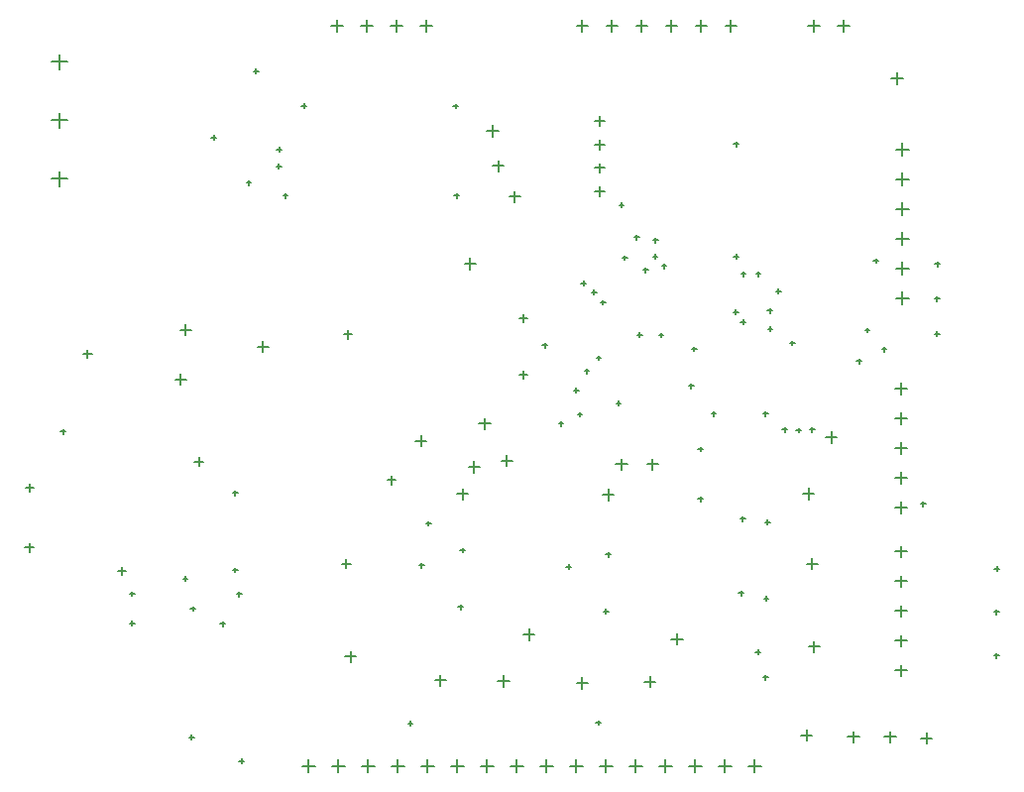
<source format=gbr>
%TF.GenerationSoftware,Altium Limited,Altium Designer,24.7.2 (38)*%
G04 Layer_Color=128*
%FSLAX45Y45*%
%MOMM*%
%TF.SameCoordinates,313A2AA4-CFAA-4B56-AAC7-ADE98D6BBF51*%
%TF.FilePolarity,Positive*%
%TF.FileFunction,Drillmap*%
%TF.Part,Single*%
G01*
G75*
%TA.AperFunction,NonConductor*%
%ADD116C,0.12700*%
D116*
X7612500Y4731000D02*
X7722500D01*
X7667500Y4676000D02*
Y4786000D01*
X7612500Y5239000D02*
X7722500D01*
X7667500Y5184000D02*
Y5294000D01*
X7612500Y5493000D02*
X7722500D01*
X7667500Y5438000D02*
Y5548000D01*
X7612500Y4985000D02*
X7722500D01*
X7667500Y4930000D02*
Y5040000D01*
X7612500Y4477000D02*
X7722500D01*
X7667500Y4422000D02*
Y4532000D01*
X7612500Y4223000D02*
X7722500D01*
X7667500Y4168000D02*
Y4278000D01*
X4242484Y2835000D02*
X4337484D01*
X4289984Y2787500D02*
Y2882500D01*
X3507500Y3005000D02*
X3602500D01*
X3555000Y2957500D02*
Y3052500D01*
X7012500Y3035000D02*
X7107500D01*
X7060000Y2987500D02*
Y3082500D01*
X6820000Y2552500D02*
X6915000D01*
X6867500Y2505000D02*
Y2600000D01*
X7575000Y6100000D02*
X7670000D01*
X7622500Y6052500D02*
Y6147500D01*
X1497500Y3952500D02*
X1592500D01*
X1545000Y3905000D02*
Y4000000D01*
X2157500Y3807500D02*
X2252500D01*
X2205000Y3760000D02*
Y3855000D01*
X4392500Y3566000D02*
X4462500D01*
X4427500Y3531000D02*
Y3601000D01*
X4392500Y4054000D02*
X4462500D01*
X4427500Y4019000D02*
Y4089000D01*
X7117000Y6550000D02*
X7217000D01*
X7167000Y6500000D02*
Y6600000D01*
X6863000Y6550000D02*
X6963000D01*
X6913000Y6500000D02*
Y6600000D01*
X5042496Y5135000D02*
X5122496D01*
X5082496Y5095000D02*
Y5175000D01*
X5042496Y5335000D02*
X5122496D01*
X5082496Y5295000D02*
Y5375000D01*
X5042496Y5735000D02*
X5122496D01*
X5082496Y5695001D02*
Y5775000D01*
X5042496Y5535000D02*
X5122496D01*
X5082496Y5495000D02*
Y5575000D01*
X6153500Y6550000D02*
X6253500D01*
X6203500Y6500000D02*
Y6600000D01*
X5899500Y6550000D02*
X5999500D01*
X5949500Y6500000D02*
Y6600000D01*
X5645500Y6550000D02*
X5745500D01*
X5695500Y6500000D02*
Y6600000D01*
X5391500Y6550000D02*
X5491500D01*
X5441500Y6500000D02*
Y6600000D01*
X5137500Y6550000D02*
X5237500D01*
X5187500Y6500000D02*
Y6600000D01*
X4883500Y6550000D02*
X4983500D01*
X4933500Y6500000D02*
Y6600000D01*
X402498Y5242552D02*
X532498D01*
X467498Y5177552D02*
Y5307552D01*
X402498Y6242550D02*
X532498D01*
X467498Y6177550D02*
Y6307550D01*
X402498Y5742551D02*
X532498D01*
X467498Y5677551D02*
Y5807551D01*
X6865000Y1247500D02*
X6960000D01*
X6912500Y1200000D02*
Y1295000D01*
X2907500Y1162500D02*
X3002500D01*
X2955000Y1115000D02*
Y1210000D01*
X7515000Y477500D02*
X7610000D01*
X7562500Y430000D02*
Y525000D01*
X4052500Y3152500D02*
X4147500D01*
X4100000Y3105000D02*
Y3200000D01*
X7202500Y477500D02*
X7297500D01*
X7250000Y430000D02*
Y525000D01*
X6850000Y1955000D02*
X6945000D01*
X6897500Y1907500D02*
Y2002500D01*
X1455000Y3530000D02*
X1550000D01*
X1502500Y3482500D02*
Y3577500D01*
X5695000Y1312492D02*
X5790000D01*
X5742500Y1264992D02*
Y1359992D01*
X5486250Y2803750D02*
X5581250D01*
X5533750Y2756250D02*
Y2851250D01*
X5220000Y2805000D02*
X5315000D01*
X5267500Y2757500D02*
Y2852500D01*
X5465000Y947500D02*
X5560000D01*
X5512500Y900000D02*
Y995000D01*
X5107500Y2545000D02*
X5202500D01*
X5155000Y2497500D02*
Y2592500D01*
X4884733Y936234D02*
X4979733D01*
X4932233Y888734D02*
Y983734D01*
X4212500Y952500D02*
X4307500D01*
X4260000Y905000D02*
Y1000000D01*
X4431226Y1350000D02*
X4526226D01*
X4478726Y1302500D02*
Y1397500D01*
X3675000Y957500D02*
X3770000D01*
X3722500Y910000D02*
Y1005000D01*
X3962484Y2781656D02*
X4057484D01*
X4009984Y2734156D02*
Y2829156D01*
X3862484Y2550000D02*
X3957484D01*
X3909984Y2502500D02*
Y2597500D01*
X3927500Y4517500D02*
X4022500D01*
X3975000Y4470000D02*
Y4565000D01*
X3550000Y6552500D02*
X3650000D01*
X3600000Y6502500D02*
Y6602500D01*
X3296000Y6552500D02*
X3396000D01*
X3346000Y6502500D02*
Y6602500D01*
X3042000Y6552500D02*
X3142000D01*
X3092000Y6502500D02*
Y6602500D01*
X2788000Y6552500D02*
X2888000D01*
X2838000Y6502500D02*
Y6602500D01*
X7605000Y3448000D02*
X7705000D01*
X7655000Y3398000D02*
Y3498000D01*
X7605000Y3194000D02*
X7705000D01*
X7655000Y3144000D02*
Y3244000D01*
X7605000Y2432000D02*
X7705000D01*
X7655000Y2382000D02*
Y2482000D01*
X7605000Y2686000D02*
X7705000D01*
X7655000Y2636000D02*
Y2736000D01*
X7605000Y2940000D02*
X7705000D01*
X7655000Y2890000D02*
Y2990000D01*
X7605000Y2058000D02*
X7705000D01*
X7655000Y2008000D02*
Y2108000D01*
X7605000Y1804000D02*
X7705000D01*
X7655000Y1754000D02*
Y1854000D01*
X7605000Y1042000D02*
X7705000D01*
X7655000Y992000D02*
Y1092000D01*
X7605000Y1296000D02*
X7705000D01*
X7655000Y1246000D02*
Y1346000D01*
X7605000Y1550000D02*
X7705000D01*
X7655000Y1500000D02*
Y1600000D01*
X4120000Y5652500D02*
X4215000D01*
X4167500Y5605000D02*
Y5700000D01*
Y5352500D02*
X4262500D01*
X4215000Y5305000D02*
Y5400000D01*
X4310000Y5090000D02*
X4405000D01*
X4357500Y5042500D02*
Y5137500D01*
X7825000Y465000D02*
X7920000D01*
X7872500Y417500D02*
Y512500D01*
X5080000Y227000D02*
X5190000D01*
X5135000Y172000D02*
Y282000D01*
X5334000Y227000D02*
X5444000D01*
X5389000Y172000D02*
Y282000D01*
X5588000Y227000D02*
X5698000D01*
X5643000Y172000D02*
Y282000D01*
X6096000Y227000D02*
X6206000D01*
X6151000Y172000D02*
Y282000D01*
X6350000Y227000D02*
X6460000D01*
X6405000Y172000D02*
Y282000D01*
X5842000Y227000D02*
X5952000D01*
X5897000Y172000D02*
Y282000D01*
X4826000Y227000D02*
X4936000D01*
X4881000Y172000D02*
Y282000D01*
X4572000Y227000D02*
X4682000D01*
X4627000Y172000D02*
Y282000D01*
X4318000Y227000D02*
X4428000D01*
X4373000Y172000D02*
Y282000D01*
X4064000Y227000D02*
X4174000D01*
X4119000Y172000D02*
Y282000D01*
X3810000Y227000D02*
X3920000D01*
X3865000Y172000D02*
Y282000D01*
X3556000Y227000D02*
X3666000D01*
X3611000Y172000D02*
Y282000D01*
X3302000Y227000D02*
X3412000D01*
X3357000Y172000D02*
Y282000D01*
X3048000Y227000D02*
X3158000D01*
X3103000Y172000D02*
Y282000D01*
X2794000Y227000D02*
X2904000D01*
X2849000Y172000D02*
Y282000D01*
X2540000Y227000D02*
X2650000D01*
X2595000Y172000D02*
Y282000D01*
X6800000Y490000D02*
X6895000D01*
X6847500Y442500D02*
Y537500D01*
X6517500Y3962500D02*
X6557500D01*
X6537500Y3942500D02*
Y3982500D01*
X6287301Y4019126D02*
X6327301D01*
X6307301Y3999126D02*
Y4039126D01*
X6225000Y4104142D02*
X6265000D01*
X6245000Y4084142D02*
Y4124142D01*
X5115000Y1547500D02*
X5155000D01*
X5135000Y1527500D02*
Y1567500D01*
X3875000Y1585000D02*
X3915000D01*
X3895000Y1565000D02*
Y1605000D01*
X3600000Y2300000D02*
X3640000D01*
X3620000Y2280000D02*
Y2320000D01*
X671940Y3747500D02*
X743060D01*
X707500Y3711940D02*
Y3783060D01*
X5377500Y4742500D02*
X5417500D01*
X5397500Y4722500D02*
Y4762500D01*
X4952500Y3600000D02*
X4992500D01*
X4972500Y3580000D02*
Y3620000D01*
X4892500Y3230000D02*
X4932500D01*
X4912500Y3210000D02*
Y3250000D01*
X1587600Y1570000D02*
X1627600D01*
X1607600Y1550000D02*
Y1590000D01*
X480000Y3082500D02*
X520000D01*
X500000Y3062500D02*
Y3102500D01*
X4592500Y3821250D02*
X4632500D01*
X4612500Y3801250D02*
Y3841250D01*
X6417500Y4430000D02*
X6457500D01*
X6437500Y4410000D02*
Y4450000D01*
X6290000Y4430000D02*
X6330000D01*
X6310000Y4410000D02*
Y4450000D01*
X5050400Y596110D02*
X5090400D01*
X5070400Y576110D02*
Y616110D01*
X5052604Y3712604D02*
X5092604D01*
X5072604Y3692604D02*
Y3732604D01*
X6877500Y3100000D02*
X6917500D01*
X6897500Y3080000D02*
Y3120000D01*
X6642500Y3100000D02*
X6682500D01*
X6662500Y3080000D02*
Y3120000D01*
X4862500Y3437500D02*
X4902500D01*
X4882500Y3417500D02*
Y3457500D01*
X5222500Y3327500D02*
X5262500D01*
X5242500Y3307500D02*
Y3347500D01*
X1947500Y2557500D02*
X1987500D01*
X1967500Y2537500D02*
Y2577500D01*
X5587500Y3907500D02*
X5627500D01*
X5607500Y3887500D02*
Y3927500D01*
X5612426Y4497071D02*
X5652426D01*
X5632426Y4477071D02*
Y4517070D01*
X6035000Y3237500D02*
X6075000D01*
X6055000Y3217500D02*
Y3257500D01*
X5845000Y3472500D02*
X5885000D01*
X5865000Y3452500D02*
Y3492500D01*
X5870000Y3790000D02*
X5910000D01*
X5890000Y3770000D02*
Y3810000D01*
X5402500Y3910000D02*
X5442500D01*
X5422500Y3890000D02*
Y3930000D01*
X1947500Y1900000D02*
X1987500D01*
X1967500Y1880000D02*
Y1920000D01*
X5247500Y5020000D02*
X5287500D01*
X5267500Y5000000D02*
Y5040000D01*
X6515000Y4117500D02*
X6555000D01*
X6535000Y4097500D02*
Y4137500D01*
X7347500Y3950000D02*
X7387500D01*
X7367500Y3930000D02*
Y3970000D01*
X6762500Y3095000D02*
X6802500D01*
X6782500Y3075000D02*
Y3115000D01*
X4732500Y3152500D02*
X4772500D01*
X4752500Y3132500D02*
Y3172500D01*
X6270000Y1702500D02*
X6310000D01*
X6290000Y1682500D02*
Y1722500D01*
X6415000Y1200000D02*
X6455000D01*
X6435000Y1180000D02*
Y1220000D01*
X6480000Y984589D02*
X6520000D01*
X6500000Y964589D02*
Y1004589D01*
X6285000Y2340000D02*
X6325000D01*
X6305000Y2320000D02*
Y2360000D01*
X7825000Y2465000D02*
X7865000D01*
X7845000Y2445000D02*
Y2485000D01*
X6477500Y3235000D02*
X6517500D01*
X6497500Y3215000D02*
Y3255000D01*
X5535000Y4580000D02*
X5575000D01*
X5555000Y4560000D02*
Y4600000D01*
X5277500Y4567500D02*
X5317500D01*
X5297500Y4547500D02*
Y4587500D01*
X6227500Y5540000D02*
X6267500D01*
X6247500Y5520000D02*
Y5560000D01*
X6227500Y4580000D02*
X6267500D01*
X6247500Y4560000D02*
Y4600000D01*
X5455000Y4465000D02*
X5495000D01*
X5475000Y4445000D02*
Y4485000D01*
X5540000Y4717500D02*
X5580000D01*
X5560000Y4697500D02*
Y4737500D01*
X7420000Y4542500D02*
X7460000D01*
X7440000Y4522500D02*
Y4562500D01*
X6587500Y4282500D02*
X6627500D01*
X6607500Y4262500D02*
Y4302500D01*
X7942500Y4217500D02*
X7982500D01*
X7962500Y4197500D02*
Y4237500D01*
X5922500Y2935000D02*
X5962500D01*
X5942500Y2915000D02*
Y2955000D01*
X7947500Y4515000D02*
X7987500D01*
X7967500Y4495000D02*
Y4535000D01*
X7942500Y3917500D02*
X7982500D01*
X7962500Y3897500D02*
Y3937500D01*
X5090000Y4187500D02*
X5130000D01*
X5110000Y4167500D02*
Y4207500D01*
X5012500Y4275000D02*
X5052500D01*
X5032500Y4255000D02*
Y4295000D01*
X4922500Y4350000D02*
X4962500D01*
X4942500Y4330000D02*
Y4370000D01*
X7492500Y3785098D02*
X7532500D01*
X7512500Y3765098D02*
Y3805098D01*
X2894440Y3912500D02*
X2965560D01*
X2930000Y3876940D02*
Y3948060D01*
X3840000Y5097508D02*
X3880000D01*
X3860000Y5077508D02*
Y5117508D01*
X5922500Y2507500D02*
X5962500D01*
X5942500Y2487500D02*
Y2527500D01*
X2881940Y1955000D02*
X2953060D01*
X2917500Y1919440D02*
Y1990560D01*
X1522500Y1827500D02*
X1562500D01*
X1542500Y1807500D02*
Y1847500D01*
X1842500Y1440000D02*
X1882500D01*
X1862500Y1420000D02*
Y1460000D01*
X1982500Y1695000D02*
X2022500D01*
X2002500Y1675000D02*
Y1715000D01*
X1067500Y1447500D02*
X1107500D01*
X1087500Y1427500D02*
Y1467500D01*
X966940Y1892500D02*
X1038060D01*
X1002500Y1856940D02*
Y1928060D01*
X1067500Y1697500D02*
X1107500D01*
X1087500Y1677500D02*
Y1717500D01*
X2002500Y270000D02*
X2042500D01*
X2022500Y250000D02*
Y290000D01*
X1577500Y472500D02*
X1617500D01*
X1597500Y452500D02*
Y492500D01*
X6707500Y3840000D02*
X6747500D01*
X6727500Y3820000D02*
Y3860000D01*
X7277500Y3685000D02*
X7317500D01*
X7297500Y3665000D02*
Y3705000D01*
X8452516Y1171250D02*
X8492516D01*
X8472516Y1151250D02*
Y1191250D01*
X8452516Y1543750D02*
X8492516D01*
X8472516Y1523750D02*
Y1563750D01*
X8455016Y1911250D02*
X8495016D01*
X8475016Y1891250D02*
Y1931250D01*
X3445000Y590000D02*
X3485000D01*
X3465000Y570000D02*
Y610000D01*
X4797500Y1930000D02*
X4837500D01*
X4817500Y1910000D02*
Y1950000D01*
X3540000Y1940000D02*
X3580000D01*
X3560000Y1920000D02*
Y1960000D01*
X1621940Y2827500D02*
X1693060D01*
X1657500Y2791940D02*
Y2863060D01*
X6497089Y2309573D02*
X6537089D01*
X6517089Y2289573D02*
Y2329573D01*
X6484589Y1657089D02*
X6524589D01*
X6504589Y1637089D02*
Y1677089D01*
X5135000Y2032500D02*
X5175000D01*
X5155000Y2012500D02*
Y2052500D01*
X3889984Y2070000D02*
X3929984D01*
X3909984Y2050000D02*
Y2090000D01*
X3832500Y5862500D02*
X3872500D01*
X3852500Y5842500D02*
Y5882500D01*
X2537500Y5867500D02*
X2577500D01*
X2557500Y5847500D02*
Y5887500D01*
X2377500Y5097500D02*
X2417500D01*
X2397500Y5077500D02*
Y5117500D01*
X2325000Y5492500D02*
X2365000D01*
X2345000Y5472500D02*
Y5512500D01*
X2322500Y5350000D02*
X2362500D01*
X2342500Y5330000D02*
Y5370000D01*
X2065000Y5210000D02*
X2105000D01*
X2085000Y5190000D02*
Y5230000D01*
X1765000Y5595000D02*
X1805000D01*
X1785000Y5575000D02*
Y5615000D01*
X2127500Y6162500D02*
X2167500D01*
X2147500Y6142500D02*
Y6182500D01*
X176940Y2602500D02*
X248060D01*
X212500Y2566940D02*
Y2638060D01*
X174440Y2092500D02*
X245560D01*
X210000Y2056940D02*
Y2128060D01*
X3266940Y2667500D02*
X3338060D01*
X3302500Y2631940D02*
Y2703060D01*
%TF.MD5,136e26ac3b0a8509bc5c795078506c08*%
M02*

</source>
